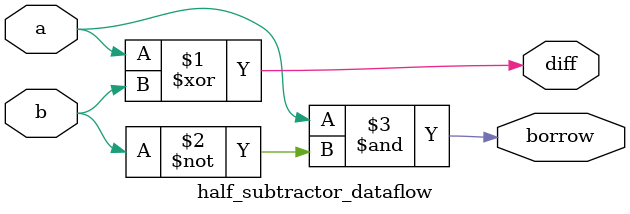
<source format=v>
`timescale 1ns/1ps
module half_subtractor_dataflow (
  input a,    // Input 'a'
  input b,    // Input 'b'
  output diff,   // Output 'diff' (Difference)
  output borrow // Output 'borrow'
);

  assign diff = a ^ b;  // Dataflow expression for difference
  assign borrow = a & ~b;  // Dataflow expression for borrow

endmodule

</source>
